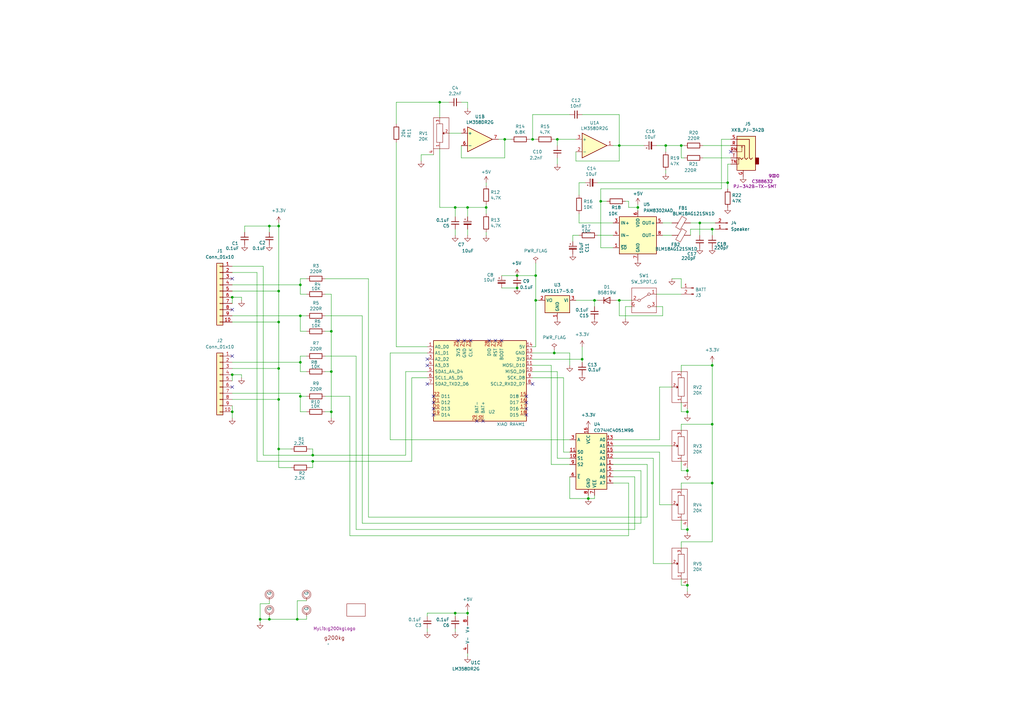
<source format=kicad_sch>
(kicad_sch (version 20231120) (generator "eeschema") (generator_version "8.0")
  (paper "A3")
  (junction (at 254 59.69))
  (junction (at 212.09 118.11))
  (junction (at 292.1 198.12))
  (junction (at 123.19 148.59))
  (junction (at 114.3 132.08))
  (junction (at 123.19 162.56))
  (junction (at 135.89 152.4))
  (junction (at 287.02 91.44))
  (junction (at 135.89 168.91))
  (junction (at 114.3 119.38))
  (junction (at 281.94 240.03))
  (junction (at 292.1 93.98))
  (junction (at 281.94 217.17))
  (junction (at 246.38 82.55))
  (junction (at 106.68 254))
  (junction (at 292.1 149.86))
  (junction (at 298.45 74.93))
  (junction (at 254 123.19))
  (junction (at 243.84 123.19))
  (junction (at 238.76 147.32))
  (junction (at 241.3 204.47))
  (junction (at 95.25 153.67))
  (junction (at 121.92 254))
  (junction (at 219.71 113.03))
  (junction (at 95.25 121.92))
  (junction (at 114.3 151.13))
  (junction (at 114.3 163.83))
  (junction (at 110.49 92.71))
  (junction (at 191.77 85.09))
  (junction (at 186.69 85.09))
  (junction (at 123.19 129.54))
  (junction (at 292.1 173.99))
  (junction (at 273.05 59.69))
  (junction (at 281.94 193.04))
  (junction (at 212.09 113.03))
  (junction (at 219.71 123.19))
  (junction (at 279.4 59.69))
  (junction (at 128.27 189.23))
  (junction (at 228.6 57.15))
  (junction (at 281.94 168.91))
  (junction (at 261.62 85.09))
  (junction (at 191.77 251.46))
  (junction (at 110.49 254))
  (junction (at 218.44 57.15))
  (junction (at 123.19 116.84))
  (junction (at 186.69 251.46))
  (junction (at 128.27 186.69))
  (junction (at 114.3 184.15))
  (junction (at 207.01 57.15))
  (junction (at 95.25 168.91))
  (junction (at 135.89 135.89))
  (junction (at 114.3 92.71))
  (junction (at 199.39 85.09))
  (junction (at 180.34 41.91))
  (junction (at 227.33 144.78))
  (no_connect (at 177.8 170.18))
  (no_connect (at 215.9 170.18))
  (no_connect (at 218.44 157.48))
  (no_connect (at 175.26 147.32))
  (no_connect (at 187.96 139.7))
  (no_connect (at 95.25 114.3))
  (no_connect (at 195.58 172.72))
  (no_connect (at 299.72 62.23))
  (no_connect (at 175.26 149.86))
  (no_connect (at 215.9 162.56))
  (no_connect (at 190.5 139.7))
  (no_connect (at 198.12 172.72))
  (no_connect (at 95.25 158.75))
  (no_connect (at 200.66 139.7))
  (no_connect (at 193.04 139.7))
  (no_connect (at 95.25 146.05))
  (no_connect (at 215.9 165.1))
  (no_connect (at 95.25 127))
  (no_connect (at 175.26 157.48))
  (no_connect (at 177.8 162.56))
  (no_connect (at 215.9 167.64))
  (no_connect (at 203.2 139.7))
  (no_connect (at 205.74 139.7))
  (no_connect (at 177.8 165.1))
  (no_connect (at 177.8 167.64))
  (wire (pts (xy 191.77 93.98) (xy 191.77 96.52)))
  (wire (pts (xy 292.1 173.99) (xy 292.1 198.12)))
  (wire (pts (xy 228.6 57.15) (xy 236.22 57.15)))
  (wire (pts (xy 114.3 92.71) (xy 114.3 119.38)))
  (wire (pts (xy 279.4 198.12) (xy 279.4 200.66)))
  (wire (pts (xy 133.35 135.89) (xy 135.89 135.89)))
  (wire (pts (xy 186.69 252.73) (xy 186.69 251.46)))
  (wire (pts (xy 205.74 118.11) (xy 212.09 118.11)))
  (wire (pts (xy 295.91 77.47) (xy 246.38 77.47)))
  (wire (pts (xy 110.49 92.71) (xy 114.3 92.71)))
  (wire (pts (xy 121.92 254) (xy 125.73 254)))
  (wire (pts (xy 199.39 95.25) (xy 199.39 96.52)))
  (wire (pts (xy 99.06 153.67) (xy 99.06 154.94)))
  (wire (pts (xy 95.25 163.83) (xy 114.3 163.83)))
  (wire (pts (xy 128.27 186.69) (xy 166.37 186.69)))
  (wire (pts (xy 219.71 123.19) (xy 219.71 142.24)))
  (wire (pts (xy 237.49 87.63) (xy 237.49 91.44)))
  (wire (pts (xy 243.84 204.47) (xy 243.84 203.2)))
  (wire (pts (xy 162.56 142.24) (xy 175.26 142.24)))
  (wire (pts (xy 265.43 190.5) (xy 265.43 212.09)))
  (wire (pts (xy 233.68 195.58) (xy 233.68 204.47)))
  (wire (pts (xy 256.54 125.73) (xy 256.54 130.81)))
  (wire (pts (xy 270.51 207.01) (xy 275.59 207.01)))
  (wire (pts (xy 166.37 152.4) (xy 175.26 152.4)))
  (wire (pts (xy 133.35 114.3) (xy 151.13 114.3)))
  (wire (pts (xy 265.43 212.09) (xy 151.13 212.09)))
  (wire (pts (xy 281.94 168.91) (xy 281.94 170.18)))
  (wire (pts (xy 281.94 193.04) (xy 281.94 194.31)))
  (wire (pts (xy 226.06 190.5) (xy 233.68 190.5)))
  (wire (pts (xy 123.19 114.3) (xy 125.73 114.3)))
  (wire (pts (xy 95.25 161.29) (xy 123.19 161.29)))
  (wire (pts (xy 107.95 186.69) (xy 128.27 186.69)))
  (wire (pts (xy 100.33 92.71) (xy 110.49 92.71)))
  (wire (pts (xy 128.27 184.15) (xy 128.27 186.69)))
  (wire (pts (xy 162.56 142.24) (xy 162.56 58.42)))
  (wire (pts (xy 251.46 101.6) (xy 246.38 101.6)))
  (wire (pts (xy 254 59.69) (xy 264.16 59.69)))
  (wire (pts (xy 279.4 189.23) (xy 279.4 193.04)))
  (wire (pts (xy 228.6 187.96) (xy 233.68 187.96)))
  (wire (pts (xy 280.67 64.77) (xy 279.4 64.77)))
  (wire (pts (xy 168.91 189.23) (xy 128.27 189.23)))
  (wire (pts (xy 162.56 41.91) (xy 180.34 41.91)))
  (wire (pts (xy 218.44 154.94) (xy 231.14 154.94)))
  (wire (pts (xy 236.22 123.19) (xy 243.84 123.19)))
  (wire (pts (xy 279.4 240.03) (xy 281.94 240.03)))
  (wire (pts (xy 106.68 255.27) (xy 106.68 254)))
  (wire (pts (xy 114.3 91.44) (xy 114.3 92.71)))
  (wire (pts (xy 279.4 173.99) (xy 292.1 173.99)))
  (wire (pts (xy 251.46 193.04) (xy 262.89 193.04)))
  (wire (pts (xy 259.08 125.73) (xy 256.54 125.73)))
  (wire (pts (xy 100.33 92.71) (xy 100.33 95.25)))
  (wire (pts (xy 270.51 180.34) (xy 251.46 180.34)))
  (wire (pts (xy 186.69 251.46) (xy 191.77 251.46)))
  (wire (pts (xy 251.46 190.5) (xy 265.43 190.5)))
  (wire (pts (xy 125.73 152.4) (xy 123.19 152.4)))
  (wire (pts (xy 233.68 144.78) (xy 233.68 149.86)))
  (wire (pts (xy 218.44 152.4) (xy 228.6 152.4)))
  (wire (pts (xy 95.25 166.37) (xy 95.25 168.91)))
  (wire (pts (xy 287.02 91.44) (xy 293.37 91.44)))
  (wire (pts (xy 191.77 267.97) (xy 191.77 269.24)))
  (wire (pts (xy 237.49 80.01) (xy 237.49 74.93)))
  (wire (pts (xy 279.4 217.17) (xy 281.94 217.17)))
  (wire (pts (xy 279.4 168.91) (xy 281.94 168.91)))
  (wire (pts (xy 283.21 91.44) (xy 287.02 91.44)))
  (wire (pts (xy 123.19 162.56) (xy 123.19 168.91)))
  (wire (pts (xy 254 66.04) (xy 254 59.69)))
  (wire (pts (xy 162.56 50.8) (xy 162.56 41.91)))
  (wire (pts (xy 186.69 85.09) (xy 186.69 88.9)))
  (wire (pts (xy 254 129.54) (xy 271.78 129.54)))
  (wire (pts (xy 123.19 129.54) (xy 125.73 129.54)))
  (wire (pts (xy 219.71 113.03) (xy 219.71 123.19)))
  (wire (pts (xy 234.95 96.52) (xy 237.49 96.52)))
  (wire (pts (xy 292.1 93.98) (xy 292.1 96.52)))
  (wire (pts (xy 191.77 41.91) (xy 191.77 44.45)))
  (wire (pts (xy 243.84 123.19) (xy 243.84 125.73)))
  (wire (pts (xy 133.35 162.56) (xy 143.51 162.56)))
  (wire (pts (xy 228.6 64.77) (xy 228.6 67.31)))
  (wire (pts (xy 114.3 119.38) (xy 114.3 132.08)))
  (wire (pts (xy 233.68 204.47) (xy 241.3 204.47)))
  (wire (pts (xy 237.49 74.93) (xy 240.03 74.93)))
  (wire (pts (xy 189.23 64.77) (xy 207.01 64.77)))
  (wire (pts (xy 189.23 41.91) (xy 191.77 41.91)))
  (wire (pts (xy 241.3 204.47) (xy 241.3 203.2)))
  (wire (pts (xy 184.15 54.61) (xy 189.23 54.61)))
  (wire (pts (xy 219.71 123.19) (xy 220.98 123.19)))
  (wire (pts (xy 95.25 116.84) (xy 123.19 116.84)))
  (wire (pts (xy 254 46.99) (xy 254 59.69)))
  (wire (pts (xy 226.06 149.86) (xy 218.44 149.86)))
  (wire (pts (xy 110.49 247.65) (xy 110.49 246.38)))
  (wire (pts (xy 288.29 64.77) (xy 299.72 64.77)))
  (wire (pts (xy 218.44 57.15) (xy 218.44 46.99)))
  (wire (pts (xy 237.49 91.44) (xy 251.46 91.44)))
  (wire (pts (xy 114.3 151.13) (xy 114.3 163.83)))
  (wire (pts (xy 127 191.77) (xy 128.27 191.77)))
  (wire (pts (xy 95.25 151.13) (xy 114.3 151.13)))
  (wire (pts (xy 279.4 193.04) (xy 281.94 193.04)))
  (wire (pts (xy 123.19 161.29) (xy 123.19 162.56)))
  (wire (pts (xy 175.26 154.94) (xy 168.91 154.94)))
  (wire (pts (xy 279.4 114.3) (xy 279.4 118.11)))
  (wire (pts (xy 106.68 247.65) (xy 110.49 247.65)))
  (wire (pts (xy 191.77 88.9) (xy 191.77 85.09)))
  (wire (pts (xy 123.19 162.56) (xy 125.73 162.56)))
  (wire (pts (xy 212.09 113.03) (xy 219.71 113.03)))
  (wire (pts (xy 254 123.19) (xy 259.08 123.19)))
  (wire (pts (xy 95.25 121.92) (xy 99.06 121.92)))
  (wire (pts (xy 279.4 165.1) (xy 279.4 168.91)))
  (wire (pts (xy 292.1 173.99) (xy 292.1 149.86)))
  (wire (pts (xy 175.26 144.78) (xy 160.02 144.78)))
  (wire (pts (xy 107.95 186.69) (xy 107.95 109.22)))
  (wire (pts (xy 191.77 251.46) (xy 191.77 252.73)))
  (wire (pts (xy 218.44 142.24) (xy 219.71 142.24)))
  (wire (pts (xy 218.44 57.15) (xy 219.71 57.15)))
  (wire (pts (xy 160.02 144.78) (xy 160.02 180.34)))
  (wire (pts (xy 233.68 180.34) (xy 160.02 180.34)))
  (wire (pts (xy 292.1 148.59) (xy 292.1 149.86)))
  (wire (pts (xy 245.11 74.93) (xy 298.45 74.93)))
  (wire (pts (xy 106.68 254) (xy 106.68 247.65)))
  (wire (pts (xy 279.4 222.25) (xy 292.1 222.25)))
  (wire (pts (xy 254 59.69) (xy 251.46 59.69)))
  (wire (pts (xy 133.35 168.91) (xy 135.89 168.91)))
  (wire (pts (xy 236.22 62.23) (xy 236.22 66.04)))
  (wire (pts (xy 257.81 198.12) (xy 257.81 219.71)))
  (wire (pts (xy 279.4 213.36) (xy 279.4 217.17)))
  (wire (pts (xy 275.59 114.3) (xy 279.4 114.3)))
  (wire (pts (xy 238.76 147.32) (xy 238.76 142.24)))
  (wire (pts (xy 207.01 57.15) (xy 204.47 57.15)))
  (wire (pts (xy 270.51 185.42) (xy 270.51 207.01)))
  (wire (pts (xy 299.72 57.15) (xy 295.91 57.15)))
  (wire (pts (xy 123.19 129.54) (xy 123.19 135.89)))
  (wire (pts (xy 125.73 252.73) (xy 125.73 254)))
  (wire (pts (xy 219.71 107.95) (xy 219.71 113.03)))
  (wire (pts (xy 279.4 149.86) (xy 279.4 152.4)))
  (wire (pts (xy 135.89 152.4) (xy 133.35 152.4)))
  (wire (pts (xy 267.97 187.96) (xy 267.97 231.14)))
  (wire (pts (xy 257.81 82.55) (xy 256.54 82.55)))
  (wire (pts (xy 106.68 254) (xy 110.49 254)))
  (wire (pts (xy 270.51 158.75) (xy 275.59 158.75)))
  (wire (pts (xy 218.44 144.78) (xy 227.33 144.78)))
  (wire (pts (xy 298.45 77.47) (xy 298.45 74.93)))
  (wire (pts (xy 148.59 214.63) (xy 148.59 129.54)))
  (wire (pts (xy 123.19 135.89) (xy 125.73 135.89)))
  (wire (pts (xy 228.6 57.15) (xy 228.6 59.69)))
  (wire (pts (xy 273.05 59.69) (xy 273.05 62.23)))
  (wire (pts (xy 135.89 168.91) (xy 135.89 152.4)))
  (wire (pts (xy 114.3 191.77) (xy 119.38 191.77)))
  (wire (pts (xy 283.21 96.52) (xy 283.21 93.98)))
  (wire (pts (xy 166.37 186.69) (xy 166.37 152.4)))
  (wire (pts (xy 133.35 120.65) (xy 135.89 120.65)))
  (wire (pts (xy 207.01 57.15) (xy 209.55 57.15)))
  (wire (pts (xy 95.25 129.54) (xy 123.19 129.54)))
  (wire (pts (xy 143.51 219.71) (xy 143.51 162.56)))
  (wire (pts (xy 271.78 125.73) (xy 269.24 125.73)))
  (wire (pts (xy 99.06 121.92) (xy 99.06 123.19)))
  (wire (pts (xy 191.77 85.09) (xy 199.39 85.09)))
  (wire (pts (xy 186.69 93.98) (xy 186.69 96.52)))
  (wire (pts (xy 123.19 116.84) (xy 123.19 120.65)))
  (wire (pts (xy 271.78 91.44) (xy 275.59 91.44)))
  (wire (pts (xy 273.05 69.85) (xy 273.05 71.12)))
  (wire (pts (xy 231.14 185.42) (xy 233.68 185.42)))
  (wire (pts (xy 246.38 101.6) (xy 246.38 82.55)))
  (wire (pts (xy 218.44 147.32) (xy 238.76 147.32)))
  (wire (pts (xy 199.39 83.82) (xy 199.39 85.09)))
  (wire (pts (xy 146.05 217.17) (xy 146.05 146.05)))
  (wire (pts (xy 279.4 198.12) (xy 292.1 198.12)))
  (wire (pts (xy 95.25 119.38) (xy 114.3 119.38)))
  (wire (pts (xy 114.3 163.83) (xy 114.3 184.15)))
  (wire (pts (xy 267.97 231.14) (xy 275.59 231.14)))
  (wire (pts (xy 175.26 251.46) (xy 186.69 251.46)))
  (wire (pts (xy 257.81 219.71) (xy 143.51 219.71)))
  (wire (pts (xy 95.25 153.67) (xy 99.06 153.67)))
  (wire (pts (xy 231.14 154.94) (xy 231.14 185.42)))
  (wire (pts (xy 260.35 217.17) (xy 146.05 217.17)))
  (wire (pts (xy 292.1 222.25) (xy 292.1 198.12)))
  (wire (pts (xy 287.02 91.44) (xy 287.02 96.52)))
  (wire (pts (xy 114.3 184.15) (xy 119.38 184.15)))
  (wire (pts (xy 241.3 204.47) (xy 243.84 204.47)))
  (wire (pts (xy 199.39 74.93) (xy 199.39 76.2)))
  (wire (pts (xy 123.19 148.59) (xy 123.19 152.4)))
  (wire (pts (xy 261.62 83.82) (xy 261.62 85.09)))
  (wire (pts (xy 298.45 67.31) (xy 299.72 67.31)))
  (wire (pts (xy 238.76 147.32) (xy 238.76 148.59)))
  (wire (pts (xy 279.4 224.79) (xy 279.4 222.25)))
  (wire (pts (xy 279.4 237.49) (xy 279.4 240.03)))
  (wire (pts (xy 283.21 93.98) (xy 292.1 93.98)))
  (wire (pts (xy 110.49 254) (xy 110.49 252.73)))
  (wire (pts (xy 95.25 111.76) (xy 105.41 111.76)))
  (wire (pts (xy 123.19 114.3) (xy 123.19 116.84)))
  (wire (pts (xy 123.19 120.65) (xy 125.73 120.65)))
  (wire (pts (xy 279.4 64.77) (xy 279.4 59.69)))
  (wire (pts (xy 168.91 154.94) (xy 168.91 189.23)))
  (wire (pts (xy 125.73 168.91) (xy 123.19 168.91)))
  (wire (pts (xy 281.94 215.9) (xy 281.94 217.17)))
  (wire (pts (xy 245.11 123.19) (xy 243.84 123.19)))
  (wire (pts (xy 273.05 59.69) (xy 279.4 59.69)))
  (wire (pts (xy 95.25 109.22) (xy 107.95 109.22)))
  (wire (pts (xy 95.25 148.59) (xy 123.19 148.59)))
  (wire (pts (xy 246.38 77.47) (xy 246.38 82.55)))
  (wire (pts (xy 135.89 168.91) (xy 135.89 171.45)))
  (wire (pts (xy 254 129.54) (xy 254 123.19)))
  (wire (pts (xy 251.46 187.96) (xy 267.97 187.96)))
  (wire (pts (xy 295.91 57.15) (xy 295.91 77.47)))
  (wire (pts (xy 281.94 167.64) (xy 281.94 168.91)))
  (wire (pts (xy 105.41 189.23) (xy 128.27 189.23)))
  (wire (pts (xy 110.49 92.71) (xy 110.49 95.25)))
  (wire (pts (xy 114.3 132.08) (xy 114.3 151.13)))
  (wire (pts (xy 114.3 184.15) (xy 114.3 191.77)))
  (wire (pts (xy 270.51 180.34) (xy 270.51 158.75)))
  (wire (pts (xy 186.69 259.08) (xy 186.69 257.81)))
  (wire (pts (xy 127 184.15) (xy 128.27 184.15)))
  (wire (pts (xy 175.26 257.81) (xy 175.26 259.08)))
  (wire (pts (xy 199.39 87.63) (xy 199.39 85.09)))
  (wire (pts (xy 234.95 99.06) (xy 234.95 96.52)))
  (wire (pts (xy 227.33 143.51) (xy 227.33 144.78)))
  (wire (pts (xy 125.73 246.38) (xy 121.92 246.38)))
  (wire (pts (xy 189.23 59.69) (xy 189.23 64.77)))
  (wire (pts (xy 251.46 198.12) (xy 257.81 198.12)))
  (wire (pts (xy 218.44 46.99) (xy 233.68 46.99)))
  (wire (pts (xy 110.49 254) (xy 121.92 254)))
  (wire (pts (xy 251.46 195.58) (xy 260.35 195.58)))
  (wire (pts (xy 251.46 185.42) (xy 270.51 185.42)))
  (wire (pts (xy 236.22 66.04) (xy 254 66.04)))
  (wire (pts (xy 217.17 57.15) (xy 218.44 57.15)))
  (wire (pts (xy 135.89 135.89) (xy 135.89 152.4)))
  (wire (pts (xy 133.35 129.54) (xy 148.59 129.54)))
  (wire (pts (xy 257.81 85.09) (xy 257.81 82.55)))
  (wire (pts (xy 262.89 193.04) (xy 262.89 214.63)))
  (wire (pts (xy 172.72 66.04) (xy 172.72 63.5)))
  (wire (pts (xy 123.19 146.05) (xy 125.73 146.05)))
  (wire (pts (xy 95.25 132.08) (xy 114.3 132.08)))
  (wire (pts (xy 246.38 82.55) (xy 248.92 82.55)))
  (wire (pts (xy 228.6 152.4) (xy 228.6 187.96)))
  (wire (pts (xy 262.89 214.63) (xy 148.59 214.63)))
  (wire (pts (xy 227.33 57.15) (xy 228.6 57.15)))
  (wire (pts (xy 186.69 85.09) (xy 191.77 85.09)))
  (wire (pts (xy 180.34 60.96) (xy 180.34 85.09)))
  (wire (pts (xy 180.34 85.09) (xy 186.69 85.09)))
  (wire (pts (xy 251.46 182.88) (xy 275.59 182.88)))
  (wire (pts (xy 207.01 64.77) (xy 207.01 57.15)))
  (wire (pts (xy 180.34 41.91) (xy 184.15 41.91)))
  (wire (pts (xy 279.4 59.69) (xy 280.67 59.69)))
  (wire (pts (xy 261.62 85.09) (xy 257.81 85.09)))
  (wire (pts (xy 95.25 153.67) (xy 95.25 156.21)))
  (wire (pts (xy 123.19 146.05) (xy 123.19 148.59)))
  (wire (pts (xy 252.73 123.19) (xy 254 123.19)))
  (wire (pts (xy 271.78 125.73) (xy 271.78 129.54)))
  (wire (pts (xy 95.25 168.91) (xy 95.25 171.45)))
  (wire (pts (xy 281.94 240.03) (xy 281.94 242.57)))
  (wire (pts (xy 298.45 74.93) (xy 298.45 67.31)))
  (wire (pts (xy 105.41 189.23) (xy 105.41 111.76)))
  (wire (pts (xy 271.78 96.52) (xy 275.59 96.52)))
  (wire (pts (xy 292.1 149.86) (xy 279.4 149.86)))
  (wire (pts (xy 281.94 191.77) (xy 281.94 193.04)))
  (wire (pts (xy 226.06 149.86) (xy 226.06 190.5)))
  (wire (pts (xy 260.35 195.58) (xy 260.35 217.17)))
  (wire (pts (xy 172.72 63.5) (xy 177.8 63.5)))
  (wire (pts (xy 175.26 252.73) (xy 175.26 251.46)))
  (wire (pts (xy 279.4 176.53) (xy 279.4 173.99)))
  (wire (pts (xy 269.24 120.65) (xy 279.4 120.65)))
  (wire (pts (xy 288.29 59.69) (xy 299.72 59.69)))
  (wire (pts (xy 121.92 246.38) (xy 121.92 254)))
  (wire (pts (xy 191.77 250.19) (xy 191.77 251.46)))
  (wire (pts (xy 245.11 96.52) (xy 251.46 96.52)))
  (wire (pts (xy 151.13 114.3) (xy 151.13 212.09)))
  (wire (pts (xy 292.1 93.98) (xy 293.37 93.98)))
  (wire (pts (xy 205.74 113.03) (xy 212.09 113.03)))
  (wire (pts (xy 269.24 59.69) (xy 273.05 59.69)))
  (wire (pts (xy 133.35 146.05) (xy 146.05 146.05)))
  (wire (pts (xy 95.25 121.92) (xy 95.25 124.46)))
  (wire (pts (xy 135.89 120.65) (xy 135.89 135.89)))
  (wire (pts (xy 238.76 46.99) (xy 254 46.99)))
  (wire (pts (xy 128.27 191.77) (xy 128.27 189.23)))
  (wire (pts (xy 180.34 41.91) (xy 180.34 48.26)))
  (wire (pts (xy 227.33 144.78) (xy 233.68 144.78)))
  (wire (pts (xy 281.94 217.17) (xy 281.94 218.44)))
  (wire (pts (xy 261.62 85.09) (xy 261.62 86.36)))
  (symbol (lib_id "Device:R") (at 129.54 120.65 270) (unit 1)
    (property "Reference" "R4" (at 131.572 116.586 90) (effects (justify right)))
    (property "Value" "10K" (at 131.572 118.364 90) (effects (justify right)))
    (property "Footprint" "Resistor_SMD:R_0603_1608Metric" (effects (hide yes)))
    (property "Description" "Resistor" (effects (hide yes)))
  )
  (symbol (lib_id "Device:C_Small") (at 186.69 255.27 0) (unit 1)
    (property "Reference" "C6" (at 184.3532 256.4384 0) (effects (justify right)))
    (property "Value" "0.1uF" (at 184.3532 254.127 0) (effects (justify right)))
    (property "Footprint" "Capacitor_SMD:C_0603_1608Metric" (effects (hide yes)))
    (property "Description" "Unpolarized capacitor, small symbol" (effects (hide yes)))
  )
  (symbol (lib_id "PCB-rescue:GNDD-MyLib") (at 186.69 259.08 0) (unit 1)
    (property "Reference" "#PWR012" (effects (hide yes)))
    (property "Value" "GNDD" (effects (hide yes)))
  )
  (symbol (lib_id "Device:R") (at 129.54 114.3 270) (unit 1)
    (property "Reference" "R3" (at 129.54 109.0422 90))
    (property "Value" "220R" (at 129.54 111.3536 90))
    (property "Footprint" "Resistor_SMD:R_0603_1608Metric" (effects (hide yes)))
    (property "Description" "Resistor" (effects (hide yes)))
  )
  (symbol (lib_id "Amplifier_Operational:NJM4580") (at 194.31 260.35 0) (unit 3)
    (property "Reference" "U1" (at 193.04 271.78 0) (effects (justify left)))
    (property "Value" "LM358DR2G" (at 185.42 274.32 0) (effects (justify left)))
    (property "Footprint" "Package_SO:SOIC-8_3.9x4.9mm_P1.27mm" (effects (hide yes)))
    (property "Datasheet" "http://www.njr.com/semicon/PDF/NJM4580_E.pdf" (effects (hide yes)))
    (property "Description" "Dual Operational Amplifier, DIP-8/DMP-8/SIP-8/MSOP-8/SOP-8/SSOP-8" (effects (hide yes)))
    (property "LCSC" "C7950" (effects (hide yes)))
    (property "SEEED" "310020961" (effects (hide yes)))
  )
  (symbol (lib_id "PCB-rescue:GNDD-MyLib") (at 191.77 269.24 0) (unit 1)
    (property "Reference" "#PWR016" (effects (hide yes)))
    (property "Value" "GNDD" (effects (hide yes)))
  )
  (symbol (lib_id "Device:C_Small") (at 175.26 255.27 0) (unit 1)
    (property "Reference" "C3" (at 172.9232 256.4384 0) (effects (justify right)))
    (property "Value" "0.1uF" (at 172.9232 254.127 0) (effects (justify right)))
    (property "Footprint" "Capacitor_SMD:C_0603_1608Metric" (effects (hide yes)))
    (property "Description" "Unpolarized capacitor, small symbol" (effects (hide yes)))
  )
  (symbol (lib_id "PCB-rescue:GNDD-MyLib") (at 175.26 259.08 0) (unit 1)
    (property "Reference" "#PWR010" (effects (hide yes)))
    (property "Value" "GNDD" (effects (hide yes)))
  )
  (symbol (lib_id "PCB-rescue:Hole-MyLib") (at 110.49 243.84 0) (unit 1)
    (property "Reference" "H1" (effects (hide yes)))
    (property "Value" "Hole" (effects (hide yes)))
    (property "Footprint" "MountingHole:MountingHole_3.2mm_M3_DIN965_Pad" (effects (hide yes)))
  )
  (symbol (lib_id "PCB-rescue:Hole-MyLib") (at 110.49 250.19 0) (unit 1)
    (property "Reference" "H2" (effects (hide yes)))
    (property "Value" "Hole" (effects (hide yes)))
    (property "Footprint" "MountingHole:MountingHole_3.2mm_M3_DIN965_Pad" (effects (hide yes)))
  )
  (symbol (lib_id "Device:R") (at 129.54 135.89 270) (unit 1)
    (property "Reference" "R6" (at 131.572 131.826 90) (effects (justify right)))
    (property "Value" "10K" (at 131.572 133.604 90) (effects (justify right)))
    (property "Footprint" "Resistor_SMD:R_0603_1608Metric" (effects (hide yes)))
    (property "Description" "Resistor" (effects (hide yes)))
  )
  (symbol (lib_id "Device:R") (at 129.54 129.54 270) (unit 1)
    (property "Reference" "R5" (at 129.54 124.2822 90))
    (property "Value" "220R" (at 129.54 126.5936 90))
    (property "Footprint" "Resistor_SMD:R_0603_1608Metric" (effects (hide yes)))
    (property "Description" "Resistor" (effects (hide yes)))
  )
  (symbol (lib_id "Device:R") (at 129.54 152.4 90) (unit 1)
    (property "Reference" "R8" (at 127.508 148.59 90) (effects (justify right)))
    (property "Value" "10K" (at 127.508 150.368 90) (effects (justify right)))
    (property "Footprint" "Resistor_SMD:R_0603_1608Metric" (effects (hide yes)))
    (property "Description" "Resistor" (effects (hide yes)))
  )
  (symbol (lib_id "Device:R") (at 129.54 146.05 270) (unit 1)
    (property "Reference" "R7" (at 129.54 140.7922 90))
    (property "Value" "220R" (at 129.54 143.1036 90))
    (property "Footprint" "Resistor_SMD:R_0603_1608Metric" (effects (hide yes)))
    (property "Description" "Resistor" (effects (hide yes)))
  )
  (symbol (lib_id "Device:R") (at 129.54 168.91 270) (unit 1)
    (property "Reference" "R10" (at 131.318 164.846 90) (effects (justify right)))
    (property "Value" "10K" (at 131.318 166.624 90) (effects (justify right)))
    (property "Footprint" "Resistor_SMD:R_0603_1608Metric" (effects (hide yes)))
    (property "Description" "Resistor" (effects (hide yes)))
  )
  (symbol (lib_id "Device:R") (at 129.54 162.56 270) (unit 1)
    (property "Reference" "R9" (at 129.54 157.3022 90))
    (property "Value" "220R" (at 129.54 159.6136 90))
    (property "Footprint" "Resistor_SMD:R_0603_1608Metric" (effects (hide yes)))
    (property "Description" "Resistor" (effects (hide yes)))
  )
  (symbol (lib_id "PCB-rescue:Hole-MyLib") (at 125.73 250.19 0) (unit 1)
    (property "Reference" "H4" (effects (hide yes)))
    (property "Value" "Hole" (effects (hide yes)))
    (property "Footprint" "MountingHole:MountingHole_3.2mm_M3_DIN965_Pad" (effects (hide yes)))
  )
  (symbol (lib_id "PCB-rescue:+5V-MyLib") (at 191.77 250.19 0) (unit 1)
    (property "Reference" "#PWR015" (effects (hide yes)))
    (property "Value" "+5V" (at 191.77 245.7958 0))
  )
  (symbol (lib_id "PCB-rescue:ModuleNC-MyLib") (at 146.05 250.19 0) (unit 1)
    (property "Reference" "M1" (effects (hide yes)))
    (property "Value" "ModuleNC" (effects (hide yes)))
    (property "Footprint" "MyLib:006P" (effects (hide yes)))
  )
  (symbol (lib_id "PCB-rescue:GNDD-MyLib") (at 106.68 255.27 0) (unit 1)
    (property "Reference" "#PWR05" (effects (hide yes)))
    (property "Value" "GNDD" (effects (hide yes)))
  )
  (symbol (lib_id "PCB-rescue:GNDD-MyLib") (at 172.72 66.04 0) (unit 1)
    (property "Reference" "#PWR09" (effects (hide yes)))
    (property "Value" "GNDD" (effects (hide yes)))
  )
  (symbol (lib_id "PCB-rescue:Conn_01x02_Male-Connector") (at 284.48 118.11 0) (mirror y) (unit 1)
    (property "Reference" "J3" (at 285.1912 121.1072 0) (effects (justify right)))
    (property "Value" "BATT" (at 285.1912 118.7958 0) (effects (justify right)))
    (property "Footprint" "Connector_Wire:SolderWire-0.25sqmm_1x02_P4.2mm_D0.65mm_OD1.7mm_Relief" (effects (hide yes)))
  )
  (symbol (lib_id "Connector_Generic:Conn_01x10") (at 90.17 119.38 0) (mirror y) (unit 1)
    (property "Reference" "J1" (at 90.17 102.87 0))
    (property "Value" "Conn_01x10" (at 90.17 105.41 0))
    (property "Footprint" "Connector_PinSocket_2.54mm:PinSocket_1x10_P2.54mm_Horizontal" (effects (hide yes)))
    (property "Description" "Generic connector, single row, 01x10, script generated (kicad-library-utils/schlib/autogen/connector/)" (effects (hide yes)))
  )
  (symbol (lib_id "PCB-rescue:GNDD-MyLib") (at 228.6 67.31 0) (unit 1)
    (property "Reference" "#PWR021" (effects (hide yes)))
    (property "Value" "GNDD" (effects (hide yes)))
  )
  (symbol (lib_id "Device:R") (at 223.52 57.15 270) (unit 1)
    (property "Reference" "R15" (at 223.52 51.8922 90))
    (property "Value" "4.7K" (at 223.52 54.2036 90))
    (property "Footprint" "Resistor_SMD:R_0603_1608Metric" (effects (hide yes)))
    (property "Description" "Resistor" (effects (hide yes)))
  )
  (symbol (lib_id "MyLib:+3.3V") (at 241.3 175.26 0) (unit 1)
    (property "Reference" "#PWR027" (effects (hide yes)))
    (property "Value" "+3.3V" (at 241.3 170.18 0))
  )
  (symbol (lib_id "Amplifier_Operational:NJM4580") (at 196.85 57.15 0) (unit 2)
    (property "Reference" "U1" (at 196.85 47.8282 0))
    (property "Value" "LM358DR2G" (at 196.85 50.1396 0))
    (property "Footprint" "Package_SO:SOIC-8_3.9x4.9mm_P1.27mm" (effects (hide yes)))
    (property "Datasheet" "http://www.njr.com/semicon/PDF/NJM4580_E.pdf" (effects (hide yes)))
    (property "Description" "Dual Operational Amplifier, DIP-8/DMP-8/SIP-8/MSOP-8/SOP-8/SSOP-8" (effects (hide yes)))
    (property "LCSC" "C7950" (effects (hide yes)))
    (property "SEEED" "310020961" (effects (hide yes)))
  )
  (symbol (lib_id "MyLib:XIAO RA4M1") (at 196.85 156.21 0) (unit 1)
    (property "Reference" "U2" (at 200.3141 168.91 0) (effects (justify left)))
    (property "Value" "XIAO RA4M1" (at 203.708 173.99 0) (effects (justify left)))
    (property "Footprint" "MyLib:XIAO-RA4M1-SMD" (effects (hide yes)))
    (property "Datasheet" "https://wiki.seeedstudio.com/getting_started_xiao_ra4m1/" (effects (hide yes)))
    (property "Description" "MCU Module" (effects (hide yes)))
  )
  (symbol (lib_id "PCB-rescue:GNDD-MyLib") (at 281.94 194.31 0) (unit 1)
    (property "Reference" "#PWR036" (effects (hide yes)))
    (property "Value" "GNDD" (effects (hide yes)))
  )
  (symbol (lib_id "PCB-rescue:CP_Small-Device") (at 242.57 74.93 90) (unit 1)
    (property "Reference" "C14" (at 242.57 69.1134 90))
    (property "Value" "10uF" (at 242.57 71.4248 90))
    (property "Footprint" "Capacitor_Tantalum_SMD:CP_EIA-3216-18_Kemet-A" (effects (hide yes)))
  )
  (symbol (lib_id "PCB-rescue:CP_Small-Device") (at 191.77 91.44 0) (unit 1)
    (property "Reference" "C7" (at 190.5 100.33 0) (effects (justify right)))
    (property "Value" "10uF" (at 194.31 102.87 0) (effects (justify right)))
    (property "Footprint" "Capacitor_Tantalum_SMD:CP_EIA-3216-18_Kemet-A" (effects (hide yes)))
  )
  (symbol (lib_id "PCB-rescue:GNDD-MyLib") (at 212.09 118.11 0) (unit 1)
    (property "Reference" "#PWR020" (effects (hide yes)))
    (property "Value" "GNDD" (effects (hide yes)))
  )
  (symbol (lib_id "MyLib:+3.3V") (at 238.76 142.24 0) (unit 1)
    (property "Reference" "#PWR025" (effects (hide yes)))
    (property "Value" "+3.3V" (at 238.76 137.16 0))
  )
  (symbol (lib_id "Device:R") (at 162.56 54.61 180) (unit 1)
    (property "Reference" "R11" (at 167.8178 54.61 90))
    (property "Value" "20k" (at 165.5064 54.61 90))
    (property "Footprint" "Resistor_SMD:R_0603_1608Metric" (effects (hide yes)))
    (property "Description" "Resistor" (effects (hide yes)))
  )
  (symbol (lib_id "Regulator_Linear:AMS1117-5.0") (at 228.6 123.19 0) (mirror y) (unit 1)
    (property "Reference" "U3" (at 228.6 116.84 0))
    (property "Value" "AMS1117-5.0" (at 228.6 119.38 0))
    (property "Footprint" "Package_TO_SOT_SMD:SOT-223-3_TabPin2" (effects (hide yes)))
    (property "Datasheet" "http://www.advanced-monolithic.com/pdf/ds1117.pdf" (effects (hide yes)))
    (property "Description" "1A Low Dropout regulator, positive, 5.0V fixed output, SOT-223" (effects (hide yes)))
  )
  (symbol (lib_id "PCB-rescue:+5V-MyLib") (at 199.39 74.93 0) (unit 1)
    (property "Reference" "#PWR017" (effects (hide yes)))
    (property "Value" "+5V" (at 199.39 70.5358 0))
  )
  (symbol (lib_id "PCB-rescue:GNDD-MyLib") (at 287.02 101.6 0) (unit 1)
    (property "Reference" "#PWR039" (effects (hide yes)))
    (property "Value" "GNDD" (effects (hide yes)))
  )
  (symbol (lib_id "PCB-rescue:GNDD-MyLib") (at 95.25 171.45 0) (unit 1)
    (property "Reference" "#PWR01" (effects (hide yes)))
    (property "Value" "GNDD" (effects (hide yes)))
  )
  (symbol (lib_id "Device:FerriteBead") (at 279.4 96.52 90) (unit 1)
    (property "Reference" "FB2" (at 277.114 100.33 90))
    (property "Value" "BLM18AG121SN1D" (at 277.368 102.108 90))
    (property "Footprint" "Inductor_SMD:L_0603_1608Metric" (effects (hide yes)))
    (property "Description" "Ferrite bead" (effects (hide yes)))
    (property "LCSC" "GZ1608D601TF" (effects (hide yes)))
    (property "SEEED" "303030001" (effects (hide yes)))
  )
  (symbol (lib_id "PCB-rescue:GNDD-MyLib") (at 110.49 100.33 0) (unit 1)
    (property "Reference" "#PWR06" (effects (hide yes)))
    (property "Value" "GNDD" (effects (hide yes)))
  )
  (symbol (lib_id "Device:R") (at 284.48 64.77 270) (unit 1)
    (property "Reference" "R21" (at 284.48 67.31 90))
    (property "Value" "220R" (at 283.21 69.85 90))
    (property "Footprint" "Resistor_SMD:R_0603_1608Metric" (effects (hide yes)))
    (property "Description" "Resistor" (effects (hide yes)))
  )
  (symbol (lib_id "Device:R") (at 241.3 96.52 270) (unit 1)
    (property "Reference" "R17" (at 242.316 92.964 90) (effects (justify right)))
    (property "Value" "10K" (at 242.443 94.742 90) (effects (justify right)))
    (property "Footprint" "Resistor_SMD:R_0603_1608Metric" (effects (hide yes)))
    (property "Description" "Resistor" (effects (hide yes)))
  )
  (symbol (lib_id "Amplifier_Audio:PAM8302AAD") (at 261.62 96.52 0) (unit 1)
    (property "Reference" "U5" (at 263.8141 83.82 0) (effects (justify left)))
    (property "Value" "PAM8302AAD" (at 263.8141 86.36 0) (effects (justify left)))
    (property "Footprint" "Package_SO:SOIC-8_3.9x4.9mm_P1.27mm" (effects (hide yes)))
    (property "Datasheet" "https://www.diodes.com/assets/Datasheets/PAM8302A.pdf" (effects (hide yes)))
    (property "Description" "2.5W Filterless Class-D Mono Audio Amplifier, SOIC-8" (effects (hide yes)))
  )
  (symbol (lib_id "PCB-rescue:GNDD-MyLib") (at 228.6 130.81 0) (unit 1)
    (property "Reference" "#PWR022" (effects (hide yes)))
    (property "Value" "GNDD" (effects (hide yes)))
  )
  (symbol (lib_id "PCB-rescue:GNDD-MyLib") (at 304.8 72.39 0) (unit 1)
    (property "Reference" "#PWR043" (effects (hide yes)))
    (property "Value" "GNDD" (effects (hide yes)))
  )
  (symbol (lib_id "Device:D") (at 248.92 123.19 0) (unit 1)
    (property "Reference" "D1" (at 248.92 117.7036 0))
    (property "Value" "B5819W" (at 248.92 120.015 0))
    (property "Footprint" "Diode_SMD:D_SOD-123" (effects (hide yes)))
    (property "Description" "Diode" (effects (hide yes)))
    (property "Sim.Device" "D" (effects (hide yes)))
    (property "Sim.Pins" "1=K 2=A" (effects (hide yes)))
  )
  (symbol (lib_id "MyLib:LOGO") (at 137.16 261.62 0) (unit 1)
    (property "Reference" "LG1" (at 134.62 264.16 0) (effects (font (size 0.254 0.254))))
    (property "Value" "LOGO" (effects (hide yes)))
    (property "Footprint" "MyLib:g200kgLogo" (at 137.16 257.81 0))
    (property "Description" "g200kg Logo" (effects (hide yes)))
  )
  (symbol (lib_id "PCB-rescue:GNDD-MyLib") (at 100.33 100.33 0) (unit 1)
    (property "Reference" "#PWR04" (effects (hide yes)))
    (property "Value" "GNDD" (effects (hide yes)))
  )
  (symbol (lib_id "PCB-rescue:+5V-MyLib") (at 261.62 83.82 0) (unit 1)
    (property "Reference" "#PWR031" (effects (hide yes)))
    (property "Value" "+5V" (at 261.62 79.4258 0))
  )
  (symbol (lib_id "Device:C_Small") (at 212.09 115.57 0) (unit 1)
    (property "Reference" "C9" (at 217.17 115.316 0) (effects (justify right)))
    (property "Value" "0.1uF" (at 218.694 117.856 0) (effects (justify right)))
    (property "Footprint" "Capacitor_SMD:C_0603_1608Metric" (effects (hide yes)))
    (property "Description" "Unpolarized capacitor, small symbol" (effects (hide yes)))
  )
  (symbol (lib_id "Device:R") (at 199.39 80.01 180) (unit 1)
    (property "Reference" "R12" (at 201.168 78.8416 0) (effects (justify right)))
    (property "Value" "4.7K" (at 201.168 81.153 0) (effects (justify right)))
    (property "Footprint" "Resistor_SMD:R_0603_1608Metric" (effects (hide yes)))
    (property "Description" "Resistor" (effects (hide yes)))
  )
  (symbol (lib_id "PCB-rescue:GNDD-MyLib") (at 238.76 153.67 0) (unit 1)
    (property "Reference" "#PWR026" (effects (hide yes)))
    (property "Value" "GNDD" (effects (hide yes)))
  )
  (symbol (lib_id "Device:C_Small") (at 243.84 128.27 0) (unit 1)
    (property "Reference" "C15" (at 241.5032 129.4384 0) (effects (justify right)))
    (property "Value" "0.1uF" (at 241.5032 127.127 0) (effects (justify right)))
    (property "Footprint" "Capacitor_SMD:C_0603_1608Metric" (effects (hide yes)))
    (property "Description" "Unpolarized capacitor, small symbol" (effects (hide yes)))
  )
  (symbol (lib_id "PCB-rescue:GNDD-MyLib") (at 135.89 171.45 0) (unit 1)
    (property "Reference" "#PWR08" (effects (hide yes)))
    (property "Value" "GNDD" (effects (hide yes)))
  )
  (symbol (lib_id "Device:C_Small") (at 186.69 41.91 90) (unit 1)
    (property "Reference" "C4" (at 186.69 36.0934 90))
    (property "Value" "2.2nF" (at 186.69 38.4048 90))
    (property "Footprint" "Capacitor_SMD:C_0603_1608Metric" (effects (hide yes)))
    (property "Description" "Unpolarized capacitor, small symbol" (effects (hide yes)))
  )
  (symbol (lib_id "Device:R") (at 237.49 83.82 180) (unit 1)
    (property "Reference" "R16" (at 239.268 82.6516 0) (effects (justify right)))
    (property "Value" "10K" (at 239.268 84.963 0) (effects (justify right)))
    (property "Footprint" "Resistor_SMD:R_0603_1608Metric" (effects (hide yes)))
    (property "Description" "Resistor" (effects (hide yes)))
  )
  (symbol (lib_id "Device:C_Small") (at 100.33 97.79 0) (unit 1)
    (property "Reference" "C1" (at 97.79 99.822 0) (effects (justify right)))
    (property "Value" "0.1uF" (at 98.044 101.854 0) (effects (justify right)))
    (property "Footprint" "Capacitor_SMD:C_0603_1608Metric" (effects (hide yes)))
    (property "Description" "Unpolarized capacitor, small symbol" (effects (hide yes)))
  )
  (symbol (lib_id "Device:C_Small") (at 238.76 151.13 0) (unit 1)
    (property "Reference" "C13" (at 244.856 149.606 0) (effects (justify right)))
    (property "Value" "0.1uF" (at 246.634 151.638 0) (effects (justify right)))
    (property "Footprint" "Capacitor_SMD:C_0603_1608Metric" (effects (hide yes)))
    (property "Description" "Unpolarized capacitor, small symbol" (effects (hide yes)))
  )
  (symbol (lib_id "PCB-rescue:POT_G-MyLib") (at 279.4 207.01 90) (unit 1)
    (property "Reference" "RV4" (at 284.1752 207.1116 90) (effects (justify right)))
    (property "Value" "20K" (at 284.1752 209.423 90) (effects (justify right)))
    (property "Footprint" "MyLib:Potentiometer_Alps_RK09K_Single_Vertical" (effects (hide yes)))
  )
  (symbol (lib_id "PCB-rescue:GNDD-MyLib") (at 99.06 154.94 0) (unit 1)
    (property "Reference" "#PWR03" (effects (hide yes)))
    (property "Value" "GNDD" (effects (hide yes)))
  )
  (symbol (lib_id "PCB-rescue:GNDD-MyLib") (at 281.94 218.44 0) (unit 1)
    (property "Reference" "#PWR037" (effects (hide yes)))
    (property "Value" "GNDD" (effects (hide yes)))
  )
  (symbol (lib_id "PCB-rescue:GNDD-MyLib") (at 281.94 170.18 0) (unit 1)
    (property "Reference" "#PWR035" (effects (hide yes)))
    (property "Value" "GNDD" (effects (hide yes)))
  )
  (symbol (lib_id "74xx:74HC4051") (at 241.3 187.96 0) (unit 1)
    (property "Reference" "U4" (at 243.4941 173.99 0) (effects (justify left)))
    (property "Value" "CD74HC4051M96" (at 243.4941 176.53 0) (effects (justify left)))
    (property "Footprint" "Package_SO:SO-16_3.9x9.9mm_P1.27mm" (effects (hide yes)))
    (property "Datasheet" "http://www.ti.com/lit/ds/symlink/cd74hc4051.pdf" (effects (hide yes)))
    (property "Description" "8-channel analog multiplexer/demultiplexer, DIP-16/SOIC-16/TSSOP-16" (effects (hide yes)))
  )
  (symbol (lib_id "Device:R") (at 284.48 59.69 270) (unit 1)
    (property "Reference" "R20" (at 284.48 54.4322 90))
    (property "Value" "220R" (at 284.48 56.7436 90))
    (property "Footprint" "Resistor_SMD:R_0603_1608Metric" (effects (hide yes)))
    (property "Description" "Resistor" (effects (hide yes)))
  )
  (symbol (lib_id "PCB-rescue:CP_Small-Device") (at 266.7 59.69 90) (unit 1)
    (property "Reference" "C16" (at 266.7 53.8734 90))
    (property "Value" "10uF" (at 266.7 56.1848 90))
    (property "Footprint" "Capacitor_Tantalum_SMD:CP_EIA-3216-18_Kemet-A" (effects (hide yes)))
  )
  (symbol (lib_id "Device:R") (at 123.19 184.15 270) (unit 1)
    (property "Reference" "R1" (at 124.968 180.086 90) (effects (justify right)))
    (property "Value" "2.2K" (at 124.968 181.864 90) (effects (justify right)))
    (property "Footprint" "Resistor_SMD:R_0603_1608Metric" (effects (hide yes)))
    (property "Description" "Resistor" (effects (hide yes)))
  )
  (symbol (lib_id "MyLib:+3.3V") (at 114.3 91.44 0) (unit 1)
    (property "Reference" "#PWR07" (effects (hide yes)))
    (property "Value" "+3.3V" (at 114.3 86.36 0))
  )
  (symbol (lib_id "PCB-rescue:GNDD-MyLib") (at 275.59 114.3 0) (unit 1)
    (property "Reference" "#PWR034" (effects (hide yes)))
    (property "Value" "GNDD" (effects (hide yes)))
  )
  (symbol (lib_id "Device:R") (at 298.45 81.28 180) (unit 1)
    (property "Reference" "R22" (at 300.228 80.1116 0) (effects (justify right)))
    (property "Value" "47K" (at 300.228 82.423 0) (effects (justify right)))
    (property "Footprint" "Resistor_SMD:R_0603_1608Metric" (effects (hide yes)))
    (property "Description" "Resistor" (effects (hide yes)))
  )
  (symbol (lib_id "Amplifier_Operational:NJM4580") (at 243.84 59.69 0) (unit 1)
    (property "Reference" "U1" (at 243.84 50.3682 0))
    (property "Value" "LM358DR2G" (at 243.84 52.6796 0))
    (property "Footprint" "Package_SO:SOIC-8_3.9x4.9mm_P1.27mm" (effects (hide yes)))
    (property "Datasheet" "http://www.njr.com/semicon/PDF/NJM4580_E.pdf" (effects (hide yes)))
    (property "Description" "Dual Operational Amplifier, DIP-8/DMP-8/SIP-8/MSOP-8/SOP-8/SSOP-8" (effects (hide yes)))
    (property "LCSC" "C7950" (effects (hide yes)))
    (property "SEEED" "310020961" (effects (hide yes)))
  )
  (symbol (lib_id "Device:R") (at 213.36 57.15 270) (unit 1)
    (property "Reference" "R14" (at 213.36 51.8922 90))
    (property "Value" "6.8K" (at 213.36 54.2036 90))
    (property "Footprint" "Resistor_SMD:R_0603_1608Metric" (effects (hide yes)))
    (property "Description" "Resistor" (effects (hide yes)))
  )
  (symbol (lib_id "PCB-rescue:GNDD-MyLib") (at 234.95 104.14 0) (unit 1)
    (property "Reference" "#PWR024" (effects (hide yes)))
    (property "Value" "GNDD" (effects (hide yes)))
  )
  (symbol (lib_id "Device:R") (at 199.39 91.44 180) (unit 1)
    (property "Reference" "R13" (at 201.168 90.2716 0) (effects (justify right)))
    (property "Value" "4.7K" (at 201.168 92.583 0) (effects (justify right)))
    (property "Footprint" "Resistor_SMD:R_0603_1608Metric" (effects (hide yes)))
    (property "Description" "Resistor" (effects (hide yes)))
  )
  (symbol (lib_id "PCB-rescue:GNDD-MyLib") (at 298.45 85.09 0) (unit 1)
    (property "Reference" "#PWR042" (effects (hide yes)))
    (property "Value" "GNDD" (effects (hide yes)))
  )
  (symbol (lib_id "PCB-rescue:POT_G-MyLib") (at 279.4 231.14 90) (unit 1)
    (property "Reference" "RV5" (at 284.1752 231.2416 90) (effects (justify right)))
    (property "Value" "20K" (at 284.1752 233.553 90) (effects (justify right)))
    (property "Footprint" "MyLib:Potentiometer_Alps_RK09K_Single_Vertical" (effects (hide yes)))
  )
  (symbol (lib_id "PCB-rescue:GNDD-MyLib") (at 191.77 96.52 0) (unit 1)
    (property "Reference" "#PWR014" (effects (hide yes)))
    (property "Value" "GNDD" (effects (hide yes)))
  )
  (symbol (lib_id "PCB-rescue:Hole-MyLib") (at 125.73 243.84 0) (unit 1)
    (property "Reference" "H3" (effects (hide yes)))
    (property "Value" "Hole" (effects (hide yes)))
    (property "Footprint" "MountingHole:MountingHole_3.2mm_M3_DIN965_Pad" (effects (hide yes)))
  )
  (symbol (lib_id "PCB-rescue:CP_Small-Device") (at 234.95 101.6 0) (unit 1)
    (property "Reference" "C11" (at 240.7666 101.6 90))
    (property "Value" "10uF" (at 238.4552 101.6 90))
    (property "Footprint" "Capacitor_Tantalum_SMD:CP_EIA-3216-18_Kemet-A" (effects (hide yes)))
  )
  (symbol (lib_id "Device:R") (at 273.05 66.04 180) (unit 1)
    (property "Reference" "R19" (at 274.828 64.8716 0) (effects (justify right)))
    (property "Value" "47K" (at 274.828 67.183 0) (effects (justify right)))
    (property "Footprint" "Resistor_SMD:R_0603_1608Metric" (effects (hide yes)))
    (property "Description" "Resistor" (effects (hide yes)))
  )
  (symbol (lib_id "Device:C_Small") (at 228.6 62.23 180) (unit 1)
    (property "Reference" "C10" (at 218.44 62.23 0) (effects (justify right)))
    (property "Value" "2.2nF" (at 217.17 64.77 0) (effects (justify right)))
    (property "Footprint" "Capacitor_SMD:C_0603_1608Metric" (effects (hide yes)))
    (property "Description" "Unpolarized capacitor, small symbol" (effects (hide yes)))
  )
  (symbol (lib_id "Connector:Conn_01x02_Pin") (at 298.45 93.98 180) (unit 1)
    (property "Reference" "J4" (at 299.72 91.4399 0) (effects (justify right)))
    (property "Value" "Speaker" (at 299.72 93.9799 0) (effects (justify right)))
    (property "Footprint" "Connector_JST:JST_PH_S2B-PH-K_1x02_P2.00mm_Horizontal" (effects (hide yes)))
    (property "Description" "Generic connector, single row, 01x02, script generated" (effects (hide yes)))
  )
  (symbol (lib_id "PCB-rescue:GNDD-MyLib") (at 199.39 96.52 0) (unit 1)
    (property "Reference" "#PWR018" (effects (hide yes)))
    (property "Value" "GNDD" (effects (hide yes)))
  )
  (symbol (lib_id "PCB-rescue:+5V-MyLib") (at 212.09 113.03 0) (unit 1)
    (property "Reference" "#PWR019" (effects (hide yes)))
    (property "Value" "+5V" (at 211.836 107.95 0))
  )
  (symbol (lib_id "PCB-rescue:GNDD-MyLib") (at 243.84 130.81 0) (unit 1)
    (property "Reference" "#PWR029" (effects (hide yes)))
    (property "Value" "GNDD" (effects (hide yes)))
  )
  (symbol (lib_id "Device:C_Small") (at 236.22 46.99 90) (unit 1)
    (property "Reference" "C12" (at 236.22 41.1734 90))
    (property "Value" "10nF" (at 236.22 43.4848 90))
    (property "Footprint" "Capacitor_SMD:C_0603_1608Metric" (effects (hide yes)))
    (property "Description" "Unpolarized capacitor, small symbol" (effects (hide yes)))
  )
  (symbol (lib_id "Device:R") (at 252.73 82.55 270) (unit 1)
    (property "Reference" "R18" (at 252.73 85.09 90))
    (property "Value" "10K" (at 251.46 87.63 90))
    (property "Footprint" "Resistor_SMD:R_0603_1608Metric" (effects (hide yes)))
    (property "Description" "Resistor" (effects (hide yes)))
  )
  (symbol (lib_id "power:PWR_FLAG") (at 219.71 107.95 0) (unit 1)
    (property "Reference" "#FLG01" (effects (hide yes)))
    (property "Value" "PWR_FLAG" (at 219.71 102.87 0))
    (property "Description" "Special symbol for telling ERC where power comes from" (effects (hide yes)))
  )
  (symbol (lib_id "MyLib:+3.3V") (at 292.1 148.59 0) (unit 1)
    (property "Reference" "#PWR041" (effects (hide yes)))
    (property "Value" "+3.3V" (at 292.1 143.51 0))
  )
  (symbol (lib_id "PCB-rescue:GNDD-MyLib") (at 241.3 204.47 0) (unit 1)
    (property "Reference" "#PWR028" (effects (hide yes)))
    (property "Value" "GNDD" (effects (hide yes)))
  )
  (symbol (lib_id "PCB-rescue:GNDD-MyLib") (at 186.69 96.52 0) (unit 1)
    (property "Reference" "#PWR011" (effects (hide yes)))
    (property "Value" "GNDD" (effects (hide yes)))
  )
  (symbol (lib_id "Device:C_Small") (at 292.1 99.06 0) (unit 1)
    (property "Reference" "C18" (at 297.942 100.076 0) (effects (justify right)))
    (property "Value" "220pF" (at 298.958 101.6 0) (effects (justify right)))
    (property "Footprint" "Capacitor_SMD:C_0603_1608Metric" (effects (hide yes)))
    (property "Description" "Unpolarized capacitor, small symbol" (effects (hide yes)))
  )
  (symbol (lib_id "PCB-rescue:GNDD-MyLib") (at 256.54 130.81 0) (unit 1)
    (property "Reference" "#PWR030" (effects (hide yes)))
    (property "Value" "GNDD" (effects (hide yes)))
  )
  (symbol (lib_id "Connector_Audio:AudioJack3_Ground_SwitchTR") (at 304.8 59.69 0) (mirror y) (unit 1)
    (property "Reference" "J5" (at 306.705 50.8 0))
    (property "Value" "XKB_PJ-342B" (at 306.705 53.34 0))
    (property "Footprint" "MyLib:Jack_3.5mm_XKB_PJ342B-TX" (effects (hide yes)))
    (property "Description" "Audio Jack, 3 Poles (Stereo / TRS), Grounded Sleeve, Switched TR Poles (Normalling)" (effects (hide yes)))
    (property "LCSC" "C388632" (at 312.674 74.422 0))
    (property "PN" "PJ-342B-TX-SMT" (at 309.626 76.454 0))
    (property "DR" "90" (at 316.484 72.136 0))
    (property "DX" "0" (at 317.754 72.136 0))
    (property "DY" "0" (at 319.024 72.136 0))
  )
  (symbol (lib_id "Device:R") (at 123.19 191.77 270) (unit 1)
    (property "Reference" "R2" (at 125.222 194.056 90) (effects (justify right)))
    (property "Value" "2.2K" (at 125.222 196.088 90) (effects (justify right)))
    (property "Footprint" "Resistor_SMD:R_0603_1608Metric" (effects (hide yes)))
    (property "Description" "Resistor" (effects (hide yes)))
  )
  (symbol (lib_id "PCB-rescue:POT_G-MyLib") (at 279.4 158.75 90) (unit 1)
    (property "Reference" "RV2" (at 284.1752 158.8516 90) (effects (justify right)))
    (property "Value" "20K" (at 284.1752 161.163 90) (effects (justify right)))
    (property "Footprint" "MyLib:Potentiometer_Alps_RK09K_Single_Vertical" (effects (hide yes)))
  )
  (symbol (lib_id "PCB-rescue:GNDD-MyLib") (at 191.77 44.45 0) (unit 1)
    (property "Reference" "#PWR013" (effects (hide yes)))
    (property "Value" "GNDD" (effects (hide yes)))
  )
  (symbol (lib_id "PCB-rescue:GNDD-MyLib") (at 233.68 149.86 0) (unit 1)
    (property "Reference" "#PWR023" (effects (hide yes)))
    (property "Value" "GNDD" (effects (hide yes)))
  )
  (symbol (lib_id "MyLib:SW_SPDT_G") (at 264.16 123.19 0) (unit 1)
    (property "Reference" "SW1" (at 264.16 113.03 0))
    (property "Value" "SW_SPDT_G" (at 264.16 115.57 0))
    (property "Footprint" "MyLib:Sw_Rocker_4MS1R202M6QES" (effects (hide yes)))
    (property "Description" "Switch, single pole double throw" (effects (hide yes)))
  )
  (symbol (lib_id "Device:C_Small") (at 110.49 97.79 0) (unit 1)
    (property "Reference" "C2" (at 108.966 99.568 0) (effects (justify right)))
    (property "Value" "0.1uF" (at 108.966 101.854 0) (effects (justify right)))
    (property "Footprint" "Capacitor_SMD:C_0603_1608Metric" (effects (hide yes)))
    (property "Description" "Unpolarized capacitor, small symbol" (effects (hide yes)))
  )
  (symbol (lib_id "PCB-rescue:GNDD-MyLib") (at 292.1 101.6 0) (unit 1)
    (property "Reference" "#PWR040" (effects (hide yes)))
    (property "Value" "GNDD" (effects (hide yes)))
  )
  (symbol (lib_id "Device:C_Small") (at 186.69 91.44 0) (unit 1)
    (property "Reference" "C5" (at 184.3532 92.6084 0) (effects (justify right)))
    (property "Value" "0.1uF" (at 184.3532 90.297 0) (effects (justify right)))
    (property "Footprint" "Capacitor_SMD:C_0603_1608Metric" (effects (hide yes)))
    (property "Description" "Unpolarized capacitor, small symbol" (effects (hide yes)))
  )
  (symbol (lib_id "Device:FerriteBead") (at 279.4 91.44 90) (unit 1)
    (property "Reference" "FB1" (at 280.162 85.344 90))
    (property "Value" "BLM18AG121SN1D" (at 284.48 87.63 90))
    (property "Footprint" "Inductor_SMD:L_0603_1608Metric" (effects (hide yes)))
    (property "Description" "Ferrite bead" (effects (hide yes)))
    (property "LCSC" "GZ1608D601TF" (effects (hide yes)))
    (property "SEEED" "303030001" (effects (hide yes)))
  )
  (symbol (lib_id "PCB-rescue:POT_G-MyLib") (at 279.4 182.88 90) (unit 1)
    (property "Reference" "RV3" (at 284.1752 182.9816 90) (effects (justify right)))
    (property "Value" "20K" (at 284.1752 185.293 90) (effects (justify right)))
    (property "Footprint" "MyLib:Potentiometer_Alps_RK09K_Single_Vertical" (effects (hide yes)))
  )
  (symbol (lib_id "PCB-rescue:GNDD-MyLib") (at 99.06 123.19 0) (unit 1)
    (property "Reference" "#PWR02" (effects (hide yes)))
    (property "Value" "GNDD" (effects (hide yes)))
  )
  (symbol (lib_id "PCB-rescue:GNDD-MyLib") (at 273.05 71.12 0) (unit 1)
    (property "Reference" "#PWR033" (effects (hide yes)))
    (property "Value" "GNDD" (effects (hide yes)))
  )
  (symbol (lib_id "PCB-rescue:CP_Small-Device") (at 205.74 115.57 0) (unit 1)
    (property "Reference" "C8" (at 202.438 112.776 0) (effects (justify right)))
    (property "Value" "10uF" (at 203.2 114.808 0) (effects (justify right)))
    (property "Footprint" "Capacitor_Tantalum_SMD:CP_EIA-3216-18_Kemet-A" (effects (hide yes)))
  )
  (symbol (lib_id "PCB-rescue:GNDD-MyLib") (at 261.62 106.68 0) (unit 1)
    (property "Reference" "#PWR032" (effects (hide yes)))
    (property "Value" "GNDD" (effects (hide yes)))
  )
  (symbol (lib_id "PCB-rescue:GNDD-MyLib") (at 281.94 242.57 0) (unit 1)
    (property "Reference" "#PWR038" (effects (hide yes)))
    (property "Value" "GNDD" (effects (hide yes)))
  )
  (symbol (lib_id "power:PWR_FLAG") (at 227.33 143.51 0) (unit 1)
    (property "Reference" "#FLG02" (effects (hide yes)))
    (property "Value" "PWR_FLAG" (at 227.33 138.43 0))
    (property "Description" "Special symbol for telling ERC where power comes from" (effects (hide yes)))
  )
  (symbol (lib_id "Connector_Generic:Conn_01x10") (at 90.17 156.21 0) (mirror y) (unit 1)
    (property "Reference" "J2" (at 90.17 139.7 0))
    (property "Value" "Conn_01x10" (at 90.17 142.24 0))
    (property "Footprint" "Connector_PinSocket_2.54mm:PinSocket_1x10_P2.54mm_Horizontal" (effects (hide yes)))
    (property "Description" "Generic connector, single row, 01x10, script generated (kicad-library-utils/schlib/autogen/connector/)" (effects (hide yes)))
  )
  (symbol (lib_id "PCB-rescue:POT_G-MyLib") (at 180.34 54.61 270) (mirror x) (unit 1)
    (property "Reference" "RV1" (at 175.5648 54.7116 90) (effects (justify right)))
    (property "Value" "20K" (at 175.5648 57.023 90) (effects (justify right)))
    (property "Footprint" "MyLib:Potentiometer_Alps_RK09K_Single_Vertical" (effects (hide yes)))
  )
  (symbol (lib_id "Device:C_Small") (at 287.02 99.06 0) (unit 1)
    (property "Reference" "C17" (at 285.75 104.14 0) (effects (justify right)))
    (property "Value" "220pF" (at 285.496 105.918 0) (effects (justify right)))
    (property "Footprint" "Capacitor_SMD:C_0603_1608Metric" (effects (hide yes)))
    (property "Description" "Unpolarized capacitor, small symbol" (effects (hide yes)))
  )
)
</source>
